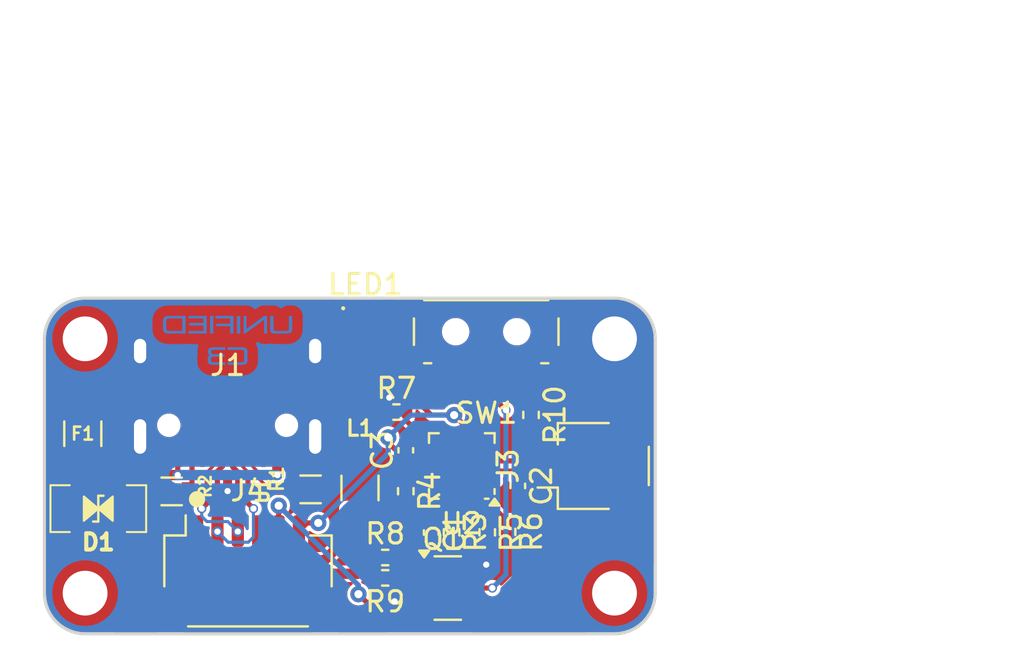
<source format=kicad_pcb>
(kicad_pcb (version 20240108) (generator "pcbnew") (generator_version "8.0")
  (title_block (title "Unified Daughterboard") (date "2020-03-22") (rev "C3") (company "Designed by the keyboard community"))
  (layers (0 "F.Cu" signal) (31 "B.Cu" signal) (34 "B.Paste" user) (35 "F.Paste" user) (36 "B.SilkS" user "B.Silkscreen") (37 "F.SilkS" user "F.Silkscreen") (38 "B.Mask" user) (39 "F.Mask" user) (44 "Edge.Cuts" user))
  (net 0 "")
  (net 1 "GND")
  (net 2 "VCC")
  (net 3 "GNDPWR")
  (net 4 "+BATT")
  (net 5 "+VSW")
  (net 6 "DA+")
  (net 7 "Net-(J1-CC2)")
  (net 9 "DA-")
  (net 10 "VBUS")
  (net 11 "Net-(J1-CC1)")
  (net 13 "Net-(LED1-K)")
  (net 14 "SYSOFF")
  (net 15 "Net-(Q1-G)")
  (net 16 "/TMR")
  (net 17 "/ILIM")
  (net 18 "Net-(U2-ISET)")
  (net 19 "Net-(U2-TS)")
  (net 20 "Net-(U2-~{CHG})")
  (net 21 "Net-(SW1-A)")
  (footprint "random-keyboard-parts:Generic-Mounthole" (layer "F.Cu") (at 68.0045 71.043)
    (property "Reference" "MH3" (hide yes))
    (property "Value" "Mount-M2" (hide yes))
  )
  (footprint "random-keyboard-parts:Generic-Mounthole" (layer "F.Cu") (at 94.0045 58.543)
    (property "Reference" "MH2" (hide yes))
    (property "Value" "Mount-M2" (hide yes))
  )
  (footprint "Connector_JST:JST_SH_SM02B-SRSS-TB_1x02-1MP_P1.00mm_Horizontal" (layer "F.Cu") (at 93.0045 64.793 90)
    (property "Reference" "J3")
    (property "Value" "Battery")
  )
  (footprint "Resistors_SMD:R_0603" (layer "F.Cu") (at 79.0795 65.943)
    (property "Reference" "R1")
    (property "Value" "5.1k")
  )
  (footprint "acheron_Connectors:TYPE-C-31-M-12" (layer "F.Cu") (at 75.0045 64.843 180)
    (property "Reference" "J1")
    (property "Value" "TYPE-C-31-M12_13")
  )
  (footprint "Resistor_SMD:R_0402_1005Metric" (layer "F.Cu") (at 82.7445 69.293)
    (property "Reference" "R8")
    (property "Value" "100R")
  )
  (footprint "Resistor_SMD:R_0402_1005Metric" (layer "F.Cu") (at 88.7545 68.033 -90)
    (property "Reference" "R6")
    (property "Value" "10k")
  )
  (footprint "Resistors_SMD:R_0603" (layer "F.Cu") (at 72.2545 66.043 180)
    (property "Reference" "R2")
    (property "Value" "5.1k")
  )
  (footprint "Resistor_SMD:R_0402_1005Metric" (layer "F.Cu") (at 86.0045 68.053 -90)
    (property "Reference" "R3")
    (property "Value" "47k")
  )
  (footprint "Connector_JST:JST_SH_SM06B-SRSS-TB_1x06-1MP_P1.00mm_Horizontal" (layer "F.Cu") (at 76.0045 69.993)
    (property "Reference" "J4")
    (property "Value" "Conn_01x06")
  )
  (footprint "Capacitor_SMD:C_0402_1005Metric" (layer "F.Cu") (at 89.2545 65.773 -90)
    (property "Reference" "C2")
    (property "Value" "4u7")
  )
  (footprint "Inductor_SMD:L_1206_3216Metric" (layer "F.Cu") (at 81.5045 65.874 90)
    (property "Reference" "L1")
    (property "Value" "60R@100MHz")
  )
  (footprint "acheron_Components:USON-10_2.5x1.0mm_P0.5mm" (layer "F.Cu") (at 75.0025 66.0264 90)
    (property "Reference" "U1")
    (property "Value" "TPD4E05U06DQAR")
  )
  (footprint "PCM_marbastlib-various:SW_MSK12C02-HB" (layer "F.Cu") (at 87.7045 58.193)
    (property "Reference" "SW1")
    (property "Value" "PWR")
  )
  (footprint "Resistor_SMD:R_0402_1005Metric" (layer "F.Cu") (at 87.7545 68.053 -90)
    (property "Reference" "R5")
    (property "Value" "3k9")
  )
  (footprint "Package_TO_SOT_SMD:SOT-23" (layer "F.Cu") (at 85.817 70.793)
    (property "Reference" "Q1")
    (property "Value" "2N7002")
  )
  (footprint "Capacitor_SMD:C_0402_1005Metric" (layer "F.Cu") (at 83.7545 64.023 90)
    (property "Reference" "C3")
    (property "Value" "4u7")
  )
  (footprint "LED_SMD:LED_0402_1005Metric" (layer "F.Cu") (at 81.7695 57.043)
    (property "Reference" "LED1")
    (property "Value" "orange")
  )
  (footprint "acheron_Components:D_SOD-123_Bidirectional" (layer "F.Cu") (at 68.6525 66.89 180)
    (property "Reference" "D1")
    (property "Value" "SMF9.0CA")
  )
  (footprint "Resistor_SMD:R_0402_1005Metric" (layer "F.Cu") (at 89.9045 62.283 -90)
    (property "Reference" "R10")
    (property "Value" "100k")
  )
  (footprint "Capacitor_SMD:C_0402_1005Metric" (layer "F.Cu") (at 85.0045 68.063 -90)
    (property "Reference" "C1")
    (property "Value" "4u7")
  )
  (footprint "Fuse:Fuse_1206_3216Metric" (layer "F.Cu") (at 67.8905 63.207 -90)
    (property "Reference" "F1")
    (property "Value" "ASMD1206-150")
  )
  (footprint "Resistor_SMD:R_0402_1005Metric" (layer "F.Cu") (at 82.7445 70.293 180)
    (property "Reference" "R9")
    (property "Value" "10k")
  )
  (footprint "random-keyboard-parts:Generic-Mounthole" (layer "F.Cu") (at 68.0045 58.543)
    (property "Reference" "MH1")
    (property "Value" "Mount-M2" (hide yes))
  )
  (footprint "Resistor_SMD:R_0402_1005Metric" (layer "F.Cu") (at 83.2945 62.143)
    (property "Reference" "R7")
    (property "Value" "1k5")
  )
  (footprint "Package_DFN_QFN:VQFN-16-1EP_3x3mm_P0.5mm_EP1.6x1.6mm" (layer "F.Cu") (at 86.5045 64.793 180)
    (property "Reference" "U2")
    (property "Value" "BQ24075")
  )
  (footprint "random-keyboard-parts:Generic-Mounthole" (layer "F.Cu") (at 94.0045 71.043)
    (property "Reference" "MH4" (hide yes))
    (property "Value" "Mount-M2" (hide yes))
  )
  (footprint "Resistor_SMD:R_0402_1005Metric" (layer "F.Cu") (at 83.7545 66.033 -90)
    (property "Reference" "R4")
    (property "Value" "1k5")
  )
  (footprint "Unified-Daughterboard-Logo:Unified-Daughterboard-Name.pretty" (layer "B.Cu") (at 75.0025 58.62 180)
    (property "Reference" "G2" (hide yes))
    (property "Value" "Unified-Daughterboard-Name" (hide yes))
  )
  (footprint "Unified-Daughterboard-Logo:Unified-Daughterboard-Logo.pretty" (layer "B.Cu") (at 75.0025 66.509 180)
    (property "Reference" "G1" (hide yes))
    (property "Value" "Unified-Daughterboard-Logo" (hide yes))
  )
  (gr_line (start 66.0045 71.043) (end 66.0045 58.543) (stroke (width 0.15)) (layer "Edge.Cuts"))
  (gr_arc (start 96.0045 71.043) (mid 95.418714 72.457214) (end 94.0045 73.043) (stroke (width 0.15)) (layer "Edge.Cuts"))
  (gr_arc (start 68.0045 73.043) (mid 66.590286 72.457214) (end 66.0045 71.043) (stroke (width 0.15)) (layer "Edge.Cuts"))
  (gr_line (start 96.0045 58.543) (end 96.0045 71.043) (stroke (width 0.15)) (layer "Edge.Cuts"))
  (gr_line (start 94.0045 73.043) (end 68.0045 73.043) (stroke (width 0.15)) (layer "Edge.Cuts"))
  (gr_line (start 68.0045 56.543) (end 94.0045 56.543) (stroke (width 0.15)) (layer "Edge.Cuts"))
  (gr_arc (start 66.0045 58.543) (mid 66.590286 57.128786) (end 68.0045 56.543) (stroke (width 0.15)) (layer "Edge.Cuts"))
  (gr_arc (start 94.0045 56.543) (mid 95.418714 57.128786) (end 96.0045 58.543) (stroke (width 0.15)) (layer "Edge.Cuts"))
  (segment (start 68.0045 71.043) (end 68.0045 70.95) (width 0.508) (layer "F.Cu") (net 0))
  (segment (start 77.2885 69.43) (end 79.7553 69.43) (width 0.508) (layer "F.Cu") (net 1))
  (segment (start 76.5045 68.646) (end 77.2885 69.43) (width 0.508) (layer "F.Cu") (net 1))
  (segment (start 81.5045 67.274) (end 81.5045 67.6808) (width 0.508) (layer "F.Cu") (net 1))
  (segment (start 81.5045 67.6808) (end 79.7553 69.43) (width 0.508) (layer "F.Cu") (net 1))
  (segment (start 76.5045 68.018) (end 76.5045 68.646) (width 0.508) (layer "F.Cu") (net 1))
  (segment (start 67.0025 66.89) (end 67.0025 67.511) (width 0.508) (layer "F.Cu") (net 2))
  (segment (start 71.1059 69.049) (end 72.4735 69.049) (width 0.508) (layer "F.Cu") (net 2))
  (segment (start 67.1295 65.368) (end 67.8905 64.607) (width 0.508) (layer "F.Cu") (net 2))
  (segment (start 82.181024 69.293) (end 82.2345 69.293) (width 0.508) (layer "F.Cu") (net 2))
  (segment (start 67.0025 67.511) (end 67.707 68.2155) (width 0.508) (layer "F.Cu") (net 2))
  (segment (start 85.7545 66.833) (end 85.0045 67.583) (width 0.254) (layer "F.Cu") (net 2))
  (segment (start 67.707 68.2155) (end 68.596 68.2155) (width 0.508) (layer "F.Cu") (net 2))
  (segment (start 81.383624 70.0904) (end 82.181024 69.293) (width 0.508) (layer "F.Cu") (net 2))
  (segment (start 67.0025 66.89) (end 67.0025 65.495) (width 0.508) (layer "F.Cu") (net 2))
  (segment (start 73.5045 68.018) (end 73.5045 68.018) (width 0.508) (layer "F.Cu") (net 2))
  (segment (start 85.7545 66.2305) (end 85.7545 66.833) (width 0.254) (layer "F.Cu") (net 2))
  (segment (start 73.5149 70.0904) (end 81.383624 70.0904) (width 0.508) (layer "F.Cu") (net 2))
  (segment (start 72.4735 69.049) (end 73.5045 68.018) (width 0.508) (layer "F.Cu") (net 2))
  (segment (start 68.074 68.2155) (end 68.596 68.2155) (width 0.508) (layer "F.Cu") (net 2))
  (segment (start 68.596 68.2155) (end 69.231 68.2155) (width 0.508) (layer "F.Cu") (net 2))
  (segment (start 72.4735 69.049) (end 73.5149 70.0904) (width 0.508) (layer "F.Cu") (net 2))
  (segment (start 73.5045 67.814) (end 73.5045 68.018) (width 0.508) (layer "F.Cu") (net 2))
  (segment (start 70.0645 69.049) (end 72.4735 69.049) (width 0.508) (layer "F.Cu") (net 2))
  (segment (start 82.2345 68.973001) (end 83.624501 67.583) (width 0.508) (layer "F.Cu") (net 2))
  (segment (start 83.624501 67.583) (end 85.0045 67.583) (width 0.508) (layer "F.Cu") (net 2))
  (segment (start 71.1059 69.049) (end 70.3693 69.049) (width 0.508) (layer "F.Cu") (net 2))
  (segment (start 69.231 68.2155) (end 70.0645 69.049) (width 0.508) (layer "F.Cu") (net 2))
  (segment (start 82.2345 69.293) (end 82.2345 68.973001) (width 0.508) (layer "F.Cu") (net 2))
  (segment (start 67.0025 65.495) (end 67.8905 64.607) (width 0.508) (layer "F.Cu") (net 2))
  (segment (start 87.942 64.043) (end 87.2545 64.043) (width 0.254) (layer "F.Cu") (net 3))
  (segment (start 87.2545 64.043) (end 86.5045 64.793) (width 0.254) (layer "F.Cu") (net 3))
  (segment (start 79.3245 59.143) (end 79.3245 59.283) (width 0.508) (layer "F.Cu") (net 3))
  (segment (start 87.2545 63.3555) (end 87.2545 64.043) (width 0.254) (layer "F.Cu") (net 3))
  (segment (start 87.7745 68.543) (end 87.7545 68.563) (width 0.508) (layer "F.Cu") (net 3))
  (via (at 75.0025 66.0264) (size 0.45) (drill 0.3048) (layers "F.Cu" "B.Cu") (net 3))
  (via (at 83.2045 71.443) (size 0.45) (drill 0.3048) (layers "F.Cu" "B.Cu") (net 3))
  (via (at 87.7045 69.643) (size 0.45) (drill 0.3048) (layers "F.Cu" "B.Cu") (net 3))
  (via (at 82.9445 61.433) (size 0.45) (drill 0.3048) (layers "F.Cu" "B.Cu") (net 3))
  (segment (start 89.0045 64.543) (end 87.942 64.543) (width 0.254) (layer "F.Cu") (net 4))
  (segment (start 77.513713 67.983787) (end 77.5045 67.993) (width 0.254) (layer "F.Cu") (net 4))
  (segment (start 82.8795 72.543) (end 81.4295 71.093) (width 0.254) (layer "F.Cu") (net 4))
  (segment (start 89.2545 62.993) (end 89.2545 64.793) (width 0.254) (layer "F.Cu") (net 4))
  (segment (start 89.9045 62.793) (end 89.4545 62.793) (width 0.254) (layer "F.Cu") (net 4))
  (segment (start 90.0045 69.541685) (end 87.003185 72.543) (width 0.254) (layer "F.Cu") (net 4))
  (segment (start 91.0045 65.293) (end 89.2545 65.293) (width 0.254) (layer "F.Cu") (net 4))
  (segment (start 89.2545 65.293) (end 90.0045 66.043) (width 0.254) (layer "F.Cu") (net 4))
  (segment (start 87.003185 72.543) (end 82.8795 72.543) (width 0.254) (layer "F.Cu") (net 4))
  (segment (start 89.2545 64.793) (end 89.0045 64.543) (width 0.254) (layer "F.Cu") (net 4))
  (segment (start 89.4545 62.793) (end 89.2545 62.993) (width 0.254) (layer "F.Cu") (net 4))
  (segment (start 90.0045 66.043) (end 90.0045 69.541685) (width 0.254) (layer "F.Cu") (net 4))
  (segment (start 89.2545 65.293) (end 89.2545 64.793) (width 0.254) (layer "F.Cu") (net 4))
  (segment (start 77.513713 66.7432) (end 77.513713 67.983787) (width 0.254) (layer "F.Cu") (net 4))
  (segment (start 89.2545 65.293) (end 89.0045 65.043) (width 0.254) (layer "F.Cu") (net 4))
  (segment (start 89.0045 65.043) (end 87.942 65.043) (width 0.254) (layer "F.Cu") (net 4))
  (via (at 77.513713 66.7432) (size 0.8) (drill 0.4) (layers "F.Cu" "B.Cu") (net 4))
  (via (at 81.4295 71.093) (size 0.8) (drill 0.4) (layers "F.Cu" "B.Cu") (net 4))
  (segment (start 81.4295 70.658987) (end 77.513713 66.7432) (width 0.254) (layer "B.Cu") (net 4))
  (segment (start 81.4295 71.093) (end 81.4295 70.658987) (width 0.254) (layer "B.Cu") (net 4))
  (segment (start 83.7945 64.543) (end 83.7545 64.503) (width 0.254) (layer "F.Cu") (net 5))
  (segment (start 86.129499 62.293) (end 86.7545 62.918001) (width 0.254) (layer "F.Cu") (net 5))
  (segment (start 85.067 64.543) (end 83.7945 64.543) (width 0.254) (layer "F.Cu") (net 5))
  (segment (start 84.2945 65.043) (end 83.7545 64.503) (width 0.254) (layer "F.Cu") (net 5))
  (segment (start 83.7545 64.503) (end 82.890817 63.639317) (width 0.254) (layer "F.Cu") (net 5))
  (segment (start 85.067 65.043) (end 84.2945 65.043) (width 0.254) (layer "F.Cu") (net 5))
  (segment (start 82.890817 63.639317) (end 82.890817 63.389938) (width 0.254) (layer "F.Cu") (net 5))
  (segment (start 82.2545 59.543) (end 82.2545 57.043) (width 0.254) (layer "F.Cu") (net 5))
  (segment (start 86.7545 62.918001) (end 86.7545 63.3555) (width 0.254) (layer "F.Cu") (net 5))
  (segment (start 86.129499 62.293) (end 85.0045 62.293) (width 0.254) (layer "F.Cu") (net 5))
  (segment (start 79.4545 67.593) (end 78.9045 67.593) (width 0.254) (layer "F.Cu") (net 5))
  (segment (start 85.0045 62.293) (end 82.2545 59.543) (width 0.254) (layer "F.Cu") (net 5))
  (segment (start 78.9045 67.593) (end 78.5045 67.993) (width 0.254) (layer "F.Cu") (net 5))
  (via (at 79.4545 67.593) (size 0.8) (drill 0.4) (layers "F.Cu" "B.Cu") (net 5))
  (via (at 86.129499 62.293) (size 0.8) (drill 0.4) (layers "F.Cu" "B.Cu") (net 5))
  (via (at 82.890817 63.389938) (size 0.8) (drill 0.4) (layers "F.Cu" "B.Cu") (net 5))
  (segment (start 82.890817 64.156683) (end 79.4545 67.593) (width 0.254) (layer "B.Cu") (net 5))
  (segment (start 83.987755 62.293) (end 86.129499 62.293) (width 0.254) (layer "B.Cu") (net 5))
  (segment (start 82.890817 63.389938) (end 83.987755 62.293) (width 0.254) (layer "B.Cu") (net 5))
  (segment (start 82.890817 63.389938) (end 82.890817 64.156683) (width 0.254) (layer "B.Cu") (net 5))
  (segment (start 75.5045 68.018) (end 75.5045 68.018) (width 0.254) (layer "F.Cu") (net 6))
  (segment (start 75.5025 66.89) (end 75.5025 66.4114) (width 0.254) (layer "F.Cu") (net 6))
  (segment (start 74.0025 66.4114) (end 74.0025 65.088828) (width 0.1524) (layer "F.Cu") (net 6))
  (segment (start 75.5025 68.016) (end 75.5045 68.018) (width 0.254) (layer "F.Cu") (net 6))
  (segment (start 75.5025 66.4114) (end 75.5025 65.088828) (width 0.1524) (layer "F.Cu") (net 6))
  (segment (start 75.5025 66.89) (end 75.5025 65.6414) (width 0.254) (layer "F.Cu") (net 6))
  (segment (start 75.5025 66.89) (end 75.5025 65.088828) (width 0.254) (layer "F.Cu") (net 6))
  (segment (start 75.5025 66.89) (end 75.5025 68.016) (width 0.254) (layer "F.Cu") (net 6))
  (segment (start 75.2565 64.842828) (end 75.5025 65.088828) (width 0.254) (layer "F.Cu") (net 6))
  (segment (start 74.0025 66.62) (end 73.7325 66.89) (width 0.254) (layer "F.Cu") (net 6))
  (segment (start 74.0025 65.088828) (end 74.2525 64.838828) (width 0.1524) (layer "F.Cu") (net 6))
  (segment (start 75.2565 63.568) (end 75.2565 64.842828) (width 0.254) (layer "F.Cu") (net 6))
  (segment (start 74.0025 66.4114) (end 74.0025 66.62) (width 0.254) (layer "F.Cu") (net 6))
  (segment (start 74.2525 64.838828) (end 74.2525 63.568) (width 0.1524) (layer "F.Cu") (net 6))
  (via (at 73.7325 66.89) (size 0.45) (drill 0.3048) (layers "F.Cu" "B.Cu") (net 6))
  (via (at 75.5025 68.016) (size 0.508) (drill 0.3048) (layers "F.Cu" "B.Cu") (net 6))
  (segment (start 73.7325 66.89) (end 73.7325 67.271) (width 0.1524) (layer "B.Cu") (net 6))
  (segment (start 73.7325 67.271) (end 73.9865 67.525) (width 0.1524) (layer "B.Cu") (net 6))
  (segment (start 73.9865 67.525) (end 75.0115 67.525) (width 0.1524) (layer "B.Cu") (net 6))
  (segment (start 75.0115 67.525) (end 75.5025 68.016) (width 0.1524) (layer "B.Cu") (net 6))
  (segment (start 73.2545 63.568) (end 73.2545 65.793) (width 0.254) (layer "F.Cu") (net 7))
  (segment (start 73.2545 65.793) (end 73.0045 66.043) (width 0.254) (layer "F.Cu") (net 7))
  (segment (start 74.5025 65.088828) (end 74.5025 65.057432) (width 0.254) (layer "F.Cu") (net 9))
  (segment (start 74.5025 66.89) (end 74.5025 65.088828) (width 0.254) (layer "F.Cu") (net 9))
  (segment (start 74.5025 65.057432) (end 74.7525 64.807432) (width 0.254) (layer "F.Cu") (net 9))
  (segment (start 74.7525 64.807432) (end 74.7525 63.568) (width 0.254) (layer "F.Cu") (net 9))
  (segment (start 76.0025 66.4114) (end 76.0025 65.088828) (width 0.1524) (layer "F.Cu") (net 9))
  (segment (start 74.5045 66.892) (end 74.5025 66.89) (width 0.254) (layer "F.Cu") (net 9))
  (segment (start 74.5025 66.89) (end 74.5025 66.4114) (width 0.254) (layer "F.Cu") (net 9))
  (segment (start 76.0025 66.4114) (end 76.0025 66.62) (width 0.254) (layer "F.Cu") (net 9))
  (segment (start 76.0025 66.62) (end 76.2725 66.89) (width 0.254) (layer "F.Cu") (net 9))
  (segment (start 76.0025 65.088828) (end 75.7525 64.838828) (width 0.1524) (layer "F.Cu") (net 9))
  (segment (start 74.5045 68.018) (end 74.5045 66.892) (width 0.254) (layer "F.Cu") (net 9))
  (segment (start 74.5025 66.4114) (end 74.5025 65.088828) (width 0.1524) (layer "F.Cu") (net 9))
  (segment (start 75.7525 64.838828) (end 75.7525 63.568) (width 0.1524) (layer "F.Cu") (net 9))
  (via (at 74.5045 68.018) (size 0.508) (drill 0.3048) (layers "F.Cu" "B.Cu") (net 9))
  (via (at 76.2725 66.89) (size 0.45) (drill 0.3048) (layers "F.Cu" "B.Cu") (net 9))
  (segment (start 75.0275 68.541) (end 74.5045 68.018) (width 0.1524) (layer "B.Cu") (net 9))
  (segment (start 76.2725 68.287) (end 76.0185 68.541) (width 0.1524) (layer "B.Cu") (net 9))
  (segment (start 76.0185 68.541) (end 75.0275 68.541) (width 0.1524) (layer "B.Cu") (net 9))
  (segment (start 76.2725 66.89) (end 76.2725 68.287) (width 0.1524) (layer "B.Cu") (net 9))
  (segment (start 69.12448 61.807) (end 69.77149 62.45401) (width 0.508) (layer "F.Cu") (net 10))
  (segment (start 69.77149 64.278636) (end 69.77149 62.45401) (width 0.508) (layer "F.Cu") (net 10))
  (segment (start 72.5545 65.237) (end 72.5525 65.239) (width 0.254) (layer "F.Cu") (net 10))
  (segment (start 72.5525 65.239) (end 70.731854 65.239) (width 0.508) (layer "F.Cu") (net 10))
  (segment (start 67.8905 61.807) (end 69.12448 61.807) (width 0.508) (layer "F.Cu") (net 10))
  (segment (start 77.4525 64.89548) (end 77.4525 65.239) (width 0.508) (layer "F.Cu") (net 10))
  (segment (start 72.5545 63.568) (end 72.5545 65.237) (width 0.254) (layer "F.Cu") (net 10))
  (segment (start 70.731854 65.239) (end 69.77149 64.278636) (width 0.508) (layer "F.Cu") (net 10))
  (segment (start 77.4525 63.568) (end 77.4525 64.89548) (width 0.508) (layer "F.Cu") (net 10))
  (via (at 72.5525 65.239) (size 0.508) (drill 0.3048) (layers "F.Cu" "B.Cu") (net 10))
  (via (at 77.4525 65.239) (size 0.508) (drill 0.3048) (layers "F.Cu" "B.Cu") (net 10))
  (segment (start 72.5525 65.239) (end 77.4525 65.239) (width 0.508) (layer "B.Cu") (net 10))
  (segment (start 78.1325 66.14) (end 78.3295 65.943) (width 0.1524) (layer "F.Cu") (net 11))
  (segment (start 77.2617 66.14) (end 78.1325 66.14) (width 0.1524) (layer "F.Cu") (net 11))
  (segment (start 76.2525 63.568) (end 76.2525 64.840445) (width 0.1524) (layer "F.Cu") (net 11))
  (segment (start 76.5265 65.4048) (end 77.2617 66.14) (width 0.1524) (layer "F.Cu") (net 11))
  (segment (start 76.2525 64.840445) (end 76.5265 65.114445) (width 0.1524) (layer "F.Cu") (net 11))
  (segment (start 76.5265 65.114445) (end 76.5265 65.4048) (width 0.1524) (layer "F.Cu") (net 11))
  (segment (start 81.2845 57.043) (end 81.2845 60.843) (width 0.254) (layer "F.Cu") (net 13))
  (segment (start 82.5845 62.143) (end 81.2845 60.843) (width 0.254) (layer "F.Cu") (net 13))
  (segment (start 82.7845 62.143) (end 82.5845 62.143) (width 0.254) (layer "F.Cu") (net 13))
  (segment (start 88.669197 62.050751) (end 88.672307 62.047641) (width 0.254) (layer "F.Cu") (net 14))
  (segment (start 86.7545 66.2305) (end 86.7545 70.793) (width 0.254) (layer "F.Cu") (net 14))
  (segment (start 88.662251 62.050751) (end 88.669197 62.050751) (width 0.254) (layer "F.Cu") (net 14))
  (segment (start 86.8045 60.193) (end 88.662251 62.050751) (width 0.254) (layer "F.Cu") (net 14))
  (segment (start 88.0045 70.793) (end 86.7545 70.793) (width 0.254) (layer "F.Cu") (net 14))
  (via (at 88.672307 62.047641) (size 0.45) (drill 0.3048) (layers "F.Cu" "B.Cu") (net 14))
  (via (at 88.0045 70.793) (size 0.45) (drill 0.3048) (layers "F.Cu" "B.Cu") (net 14))
  (segment (start 88.672307 70.123955) (end 88.672926 70.124574) (width 0.254) (layer "B.Cu") (net 14))
  (segment (start 88.672307 62.047641) (end 88.672307 70.123955) (width 0.254) (layer "B.Cu") (net 14))
  (segment (start 88.672926 70.124574) (end 88.0045 70.793) (width 0.254) (layer "B.Cu") (net 14))
  (segment (start 84.8795 69.843) (end 83.8045 69.843) (width 0.254) (layer "F.Cu") (net 15))
  (segment (start 83.7045 69.843) (end 83.2545 69.393) (width 0.254) (layer "F.Cu") (net 15))
  (segment (start 84.8795 69.843) (end 83.7045 69.843) (width 0.254) (layer "F.Cu") (net 15))
  (segment (start 83.7045 69.843) (end 83.2545 70.293) (width 0.254) (layer "F.Cu") (net 15))
  (segment (start 83.0045 69.393) (end 83.0045 69.293) (width 0.254) (layer "F.Cu") (net 15))
  (segment (start 86.2545 66.2305) (end 86.2545 67.293) (width 0.254) (layer "F.Cu") (net 16))
  (segment (start 86.2545 67.293) (end 86.0045 67.543) (width 0.254) (layer "F.Cu") (net 16))
  (segment (start 85.067 65.543) (end 83.7745 65.543) (width 0.254) (layer "F.Cu") (net 17))
  (segment (start 83.7745 65.543) (end 83.7545 65.523) (width 0.254) (layer "F.Cu") (net 17))
  (segment (start 87.2545 67.043) (end 87.7545 67.543) (width 0.254) (layer "F.Cu") (net 18))
  (segment (start 87.2545 66.2305) (end 87.2545 67.043) (width 0.254) (layer "F.Cu") (net 18))
  (segment (start 87.942 65.543) (end 87.942 66.7105) (width 0.254) (layer "F.Cu") (net 19))
  (segment (start 87.942 66.7105) (end 88.7545 67.523) (width 0.254) (layer "F.Cu") (net 19))
  (segment (start 83.8045 62.593) (end 83.8045 62.143) (width 0.254) (layer "F.Cu") (net 20))
  (segment (start 85.067 63.8555) (end 85.067 64.043) (width 0.254) (layer "F.Cu") (net 20))
  (segment (start 85.067 63.8555) (end 83.8045 62.593) (width 0.254) (layer "F.Cu") (net 20))
  (segment (start 89.9545 60.193) (end 89.9545 61.723) (width 0.254) (layer "F.Cu") (net 21))
  (segment (start 89.9545 61.723) (end 89.9045 61.773) (width 0.254) (layer "F.Cu") (net 21))
  (segment (start 89.8045 61.673) (end 89.9045 61.773) (width 0.254) (layer "F.Cu") (net 21))
  (zone (net 3) (net_name "GNDPWR") (layer "F.Cu") (connect_pads yes (clearance 0.1524)) (min_thickness 0.1524) (fill yes (thermal_gap 0.508) (thermal_bridge_width 0.508))
    (polygon (pts (xy 96.9145 74.398) (xy 63.8245 74.398) (xy 63.8245 55.348) (xy 96.9145 55.348)))
  )
  (zone (net 3) (net_name "GNDPWR") (layer "B.Cu") (connect_pads yes (clearance 0.1524)) (min_thickness 0.1524) (fill yes (thermal_gap 0.508) (thermal_bridge_width 0.508))
    (polygon (pts (xy 96.9145 74.398) (xy 63.8245 74.398) (xy 63.8245 55.348) (xy 96.9145 55.348)))
  )
)
</source>
